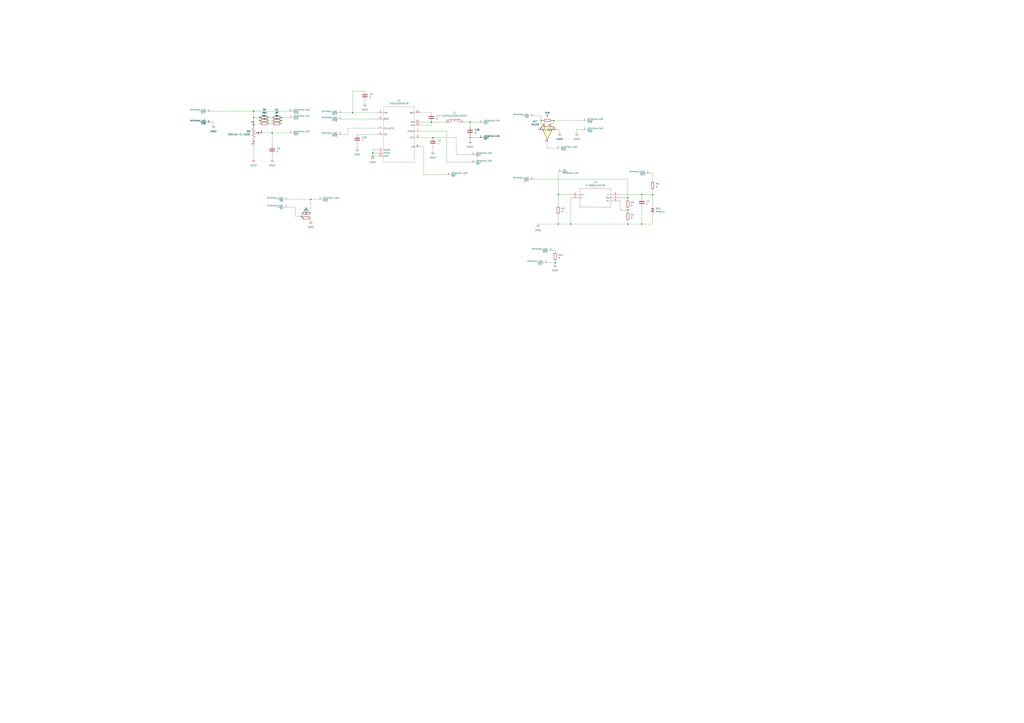
<source format=kicad_sch>
(kicad_sch (version 20230121) (generator eeschema)
  (paper "A1")
  (lib_symbols
    (symbol "3314G:3314G-1-103E" (pin_names (offset 0.254))
      (property "Reference" "R" (at 10.795 -3.175 0))
      (property "Value" "3314G-1-103E" (at 10.795 -6.35 0))
      (symbol "3314G-1-103E_1_1"
        (polyline (pts (xy 2.54 0) (xy 6.35 0)) (stroke (width 0.2032)))
        (polyline (pts (xy 6.35 0) (xy 6.985 1.27)) (stroke (width 0.2032)))
        (polyline (pts (xy 6.985 1.27) (xy 8.255 -1.27)) (stroke (width 0.2032)))
        (polyline (pts (xy 8.255 -1.27) (xy 9.525 1.27)) (stroke (width 0.2032)))
        (polyline (pts (xy 9.525 1.27) (xy 10.795 -1.27)) (stroke (width 0.2032)))
        (polyline (pts (xy 9.525 3.81) (xy 10.16 1.905)) (stroke (width 0.2032)))
        (polyline (pts (xy 9.525 3.81) (xy 10.795 3.81)) (stroke (width 0.2032)))
        (polyline (pts (xy 10.16 3.81) (xy 10.16 5.08)) (stroke (width 0.2032)))
        (polyline (pts (xy 10.795 -1.27) (xy 12.065 1.27)) (stroke (width 0.2032)))
        (polyline (pts (xy 10.795 3.81) (xy 10.16 1.905)) (stroke (width 0.2032)))
        (polyline (pts (xy 12.065 1.27) (xy 13.335 -1.27)) (stroke (width 0.2032)))
        (polyline (pts (xy 13.335 -1.27) (xy 13.97 0)) (stroke (width 0.2032)))
        (polyline (pts (xy 13.97 0) (xy 17.78 0)) (stroke (width 0.2032)))
        (pin unspecified line (at 0 0 0) (length 2.54) (name "1") (number "1"))
        (pin unspecified line (at 10.16 7.62 270) (length 2.54) (name "2") (number "2"))
        (pin unspecified line (at 20.32 0 180) (length 2.54) (name "3") (number "3"))
      )
      (symbol "3314G-1-103E_1_2"
        (polyline (pts (xy -3.81 -10.795) (xy -3.81 -9.525)) (stroke (width 0.2032)))
        (polyline (pts (xy -3.81 -10.795) (xy -1.905 -10.16)) (stroke (width 0.2032)))
        (polyline (pts (xy -3.81 -10.16) (xy -5.08 -10.16)) (stroke (width 0.2032)))
        (polyline (pts (xy -3.81 -9.525) (xy -1.905 -10.16)) (stroke (width 0.2032)))
        (polyline (pts (xy -1.27 -13.335) (xy 1.27 -12.065)) (stroke (width 0.2032)))
        (polyline (pts (xy -1.27 -10.795) (xy 1.27 -9.525)) (stroke (width 0.2032)))
        (polyline (pts (xy -1.27 -8.255) (xy 1.27 -6.985)) (stroke (width 0.2032)))
        (polyline (pts (xy 0 -17.78) (xy 0 -13.97)) (stroke (width 0.2032)))
        (polyline (pts (xy 0 -13.97) (xy -1.27 -13.335)) (stroke (width 0.2032)))
        (polyline (pts (xy 0 -6.35) (xy 0 -2.54)) (stroke (width 0.2032)))
        (polyline (pts (xy 1.27 -12.065) (xy -1.27 -10.795)) (stroke (width 0.2032)))
        (polyline (pts (xy 1.27 -9.525) (xy -1.27 -8.255)) (stroke (width 0.2032)))
        (polyline (pts (xy 1.27 -6.985) (xy 0 -6.35)) (stroke (width 0.2032)))
        (pin unspecified line (at 0 0 270) (length 2.54) (name "1") (number "1"))
        (pin unspecified line (at -7.62 -10.16 0) (length 2.54) (name "2") (number "2"))
        (pin unspecified line (at 0 -20.32 90) (length 2.54) (name "3") (number "3"))
      )
    )
    (symbol "Amplifier_Current:INA193" (pin_names (offset 0.127))
      (property "Reference" "U" (at 3.81 3.81 0))
      (property "Value" "INA193" (at 3.81 -3.81 0))
      (symbol "INA193_0_1"
        (polyline (pts (xy 5.08 0) (xy -5.08 5.08) (xy -5.08 -5.08) (xy 5.08 0)) (stroke (width 0.254)) (fill (type background)))
      )
      (symbol "INA193_1_1"
        (pin output line (at 7.62 0 180) (length 2.54) (name "~") (number "1"))
        (pin power_in line (at -2.54 -7.62 90) (length 3.81) (name "GND") (number "2"))
        (pin input line (at -7.62 2.54 0) (length 2.54) (name "+") (number "3"))
        (pin input line (at -7.62 -2.54 0) (length 2.54) (name "-") (number "4"))
        (pin power_in line (at -2.54 7.62 270) (length 3.81) (name "V+") (number "5"))
      )
    )
    (symbol "Connectors_for_Wire:WireHole_1p5"
      (property "Reference" "D" (at 0 -1.27 0))
      (property "Value" "WireHole_1p5" (at 0 1.27 0))
      (symbol "WireHole_1p5_1_0"
        (pin bidirectional line (at 0 0 0) (length 2.54) (name "Conn") (number "1"))
      )
    )
    (symbol "DCK5_TEX:TLV9061IDCKR" (pin_names (offset 0.254))
      (property "Reference" "U" (at 20.32 10.16 0))
      (property "Value" "TLV9061IDCKR" (at 20.32 7.62 0))
      (symbol "TLV9061IDCKR_0_1"
        (polyline (pts (xy 7.62 -10.16) (xy 33.02 -10.16)) (stroke (width 0.127)))
        (polyline (pts (xy 7.62 5.08) (xy 7.62 -10.16)) (stroke (width 0.127)))
        (polyline (pts (xy 33.02 -10.16) (xy 33.02 5.08)) (stroke (width 0.127)))
        (polyline (pts (xy 33.02 5.08) (xy 7.62 5.08)) (stroke (width 0.127)))
        (pin input line (at 0 0 0) (length 7.62) (name "IN+") (number "1"))
        (pin power_in line (at 0 -2.54 0) (length 7.62) (name "V-") (number "2"))
        (pin input line (at 40.64 -5.08 180) (length 7.62) (name "IN-") (number "3"))
        (pin output line (at 40.64 -2.54 180) (length 7.62) (name "OUT") (number "4"))
        (pin power_in line (at 40.64 0 180) (length 7.62) (name "V+") (number "5"))
      )
    )
    (symbol "Device:C" (pin_numbers hide) (pin_names (offset 0.254))
      (property "Reference" "C" (at 0.635 2.54 0))
      (property "Value" "C" (at 0.635 -2.54 0))
      (symbol "C_0_1"
        (polyline (pts (xy -2.032 -0.762) (xy 2.032 -0.762)) (stroke (width 0.508)))
        (polyline (pts (xy -2.032 0.762) (xy 2.032 0.762)) (stroke (width 0.508)))
      )
      (symbol "C_1_1"
        (pin passive line (at 0 3.81 270) (length 2.794) (name "~") (number "1"))
        (pin passive line (at 0 -3.81 90) (length 2.794) (name "~") (number "2"))
      )
    )
    (symbol "Device:R" (pin_numbers hide) (pin_names (offset 0))
      (property "Reference" "R" (at 2.032 0 90))
      (property "Value" "R" (at 0 0 90))
      (symbol "R_0_1"
        (rectangle (start -1.016 -2.54) (end 1.016 2.54) (stroke (width 0.254)))
      )
      (symbol "R_1_1"
        (pin passive line (at 0 3.81 270) (length 1.27) (name "~") (number "1"))
        (pin passive line (at 0 -3.81 90) (length 1.27) (name "~") (number "2"))
      )
    )
    (symbol "Diode:MM5Zxx" (pin_numbers hide) (pin_names hide)
      (property "Reference" "D" (at 0 2.54 0))
      (property "Value" "MM5Zxx" (at 0 -2.54 0))
      (symbol "MM5Zxx_0_1"
        (polyline (pts (xy 1.27 0) (xy -1.27 0)))
        (polyline (pts (xy -1.27 -1.27) (xy -1.27 1.27) (xy -0.762 1.27)) (stroke (width 0.254)))
        (polyline (pts (xy 1.27 -1.27) (xy 1.27 1.27) (xy -1.27 0) (xy 1.27 -1.27)) (stroke (width 0.254)))
      )
      (symbol "MM5Zxx_1_1"
        (pin passive line (at -3.81 0 0) (length 2.54) (name "K") (number "1"))
        (pin passive line (at 3.81 0 180) (length 2.54) (name "A") (number "2"))
      )
    )
    (symbol "LM5160ADNTR:LM5160ADNTR" (pin_names (offset 0.254))
      (property "Reference" "U" (at 0 2.54 0))
      (property "Value" "LM5160ADNTR" (at 0 0 0))
      (symbol "LM5160ADNTR_0_1"
        (polyline (pts (xy -12.7 -22.86) (xy 12.7 -22.86)) (stroke (width 0.1016)))
        (polyline (pts (xy -12.7 22.86) (xy -12.7 -22.86)) (stroke (width 0.1016)))
        (polyline (pts (xy 12.7 -22.86) (xy 12.7 22.86)) (stroke (width 0.1016)))
        (polyline (pts (xy 12.7 22.86) (xy -12.7 22.86)) (stroke (width 0.1016)))
        (pin power_in line (at -17.78 -12.7 0) (length 5.08) (name "AGND") (number "1"))
        (pin power_in line (at 17.78 17.78 180) (length 5.08) (name "BST") (number "10"))
        (pin power_in line (at 17.78 7.62 180) (length 5.08) (name "SW") (number "11"))
        (pin power_in line (at 17.78 10.16 180) (length 5.08) (name "SW") (number "12"))
        (pin power_in line (at -17.78 -17.78 0) (length 5.08) (name "PAD") (number "13"))
        (pin power_in line (at -17.78 -15.24 0) (length 5.08) (name "PGND") (number "2"))
        (pin power_in line (at -17.78 17.78 0) (length 5.08) (name "VIN") (number "3"))
        (pin input line (at -17.78 5.08 0) (length 5.08) (name "EN_UVLO") (number "4"))
        (pin input line (at -17.78 12.7 0) (length 5.08) (name "RON") (number "5"))
        (pin input line (at -17.78 0 0) (length 5.08) (name "SS") (number "6"))
        (pin input line (at 17.78 2.54 180) (length 5.08) (name "FPWM") (number "7"))
        (pin input line (at 17.78 -10.16 180) (length 5.08) (name "FB") (number "8"))
        (pin power_in line (at 17.78 -2.54 180) (length 5.08) (name "VCC") (number "9"))
      )
    )
    (symbol "SWPA4030S1R0NT:SWPA4030S1R0NT" (pin_names (offset 0.254))
      (property "Reference" "L" (at 6.985 5.08 0))
      (property "Value" "SWPA4030S1R0NT" (at 6.985 -2.54 0))
      (symbol "SWPA4030S1R0NT_1_1"
        (polyline (pts (xy 2.54 0) (xy 2.54 1.27)) (stroke (width 0.2032)))
        (polyline (pts (xy 5.08 0) (xy 5.08 1.27)) (stroke (width 0.2032)))
        (polyline (pts (xy 7.62 0) (xy 7.62 1.27)) (stroke (width 0.2032)))
        (polyline (pts (xy 10.16 0) (xy 10.16 1.27)) (stroke (width 0.2032)))
        (polyline (pts (xy 12.7 0) (xy 12.7 1.27)) (stroke (width 0.2032)))
        (arc (start 5.08 1.27) (mid 3.81 2.5345) (end 2.54 1.27) (stroke (width 0.2032)))
        (arc (start 7.62 1.27) (mid 6.35 2.5345) (end 5.08 1.27) (stroke (width 0.2032)))
        (arc (start 10.16 1.27) (mid 8.89 2.5345) (end 7.62 1.27) (stroke (width 0.2032)))
        (arc (start 12.7 1.27) (mid 11.43 2.5345) (end 10.16 1.27) (stroke (width 0.2032)))
        (pin unspecified line (at 15.24 0 180) (length 2.54) (name "1") (number "1"))
        (pin unspecified line (at 0 0 0) (length 2.54) (name "2") (number "2"))
      )
      (symbol "SWPA4030S1R0NT_1_2"
        (arc (start -1.27 5.08) (mid -2.5345 3.81) (end -1.27 2.54) (stroke (width 0.2032)))
        (arc (start -1.27 7.62) (mid -2.5345 6.35) (end -1.27 5.08) (stroke (width 0.2032)))
        (arc (start -1.27 10.16) (mid -2.5345 8.89) (end -1.27 7.62) (stroke (width 0.2032)))
        (arc (start -1.27 12.7) (mid -2.5345 11.43) (end -1.27 10.16) (stroke (width 0.2032)))
        (polyline (pts (xy 0 2.54) (xy -1.27 2.54)) (stroke (width 0.2032)))
        (polyline (pts (xy 0 5.08) (xy -1.27 5.08)) (stroke (width 0.2032)))
        (polyline (pts (xy 0 7.62) (xy -1.27 7.62)) (stroke (width 0.2032)))
        (polyline (pts (xy 0 10.16) (xy -1.27 10.16)) (stroke (width 0.2032)))
        (polyline (pts (xy 0 12.7) (xy -1.27 12.7)) (stroke (width 0.2032)))
        (pin unspecified line (at 0 15.24 270) (length 2.54) (name "1") (number "1"))
        (pin unspecified line (at 0 0 90) (length 2.54) (name "2") (number "2"))
      )
    )
    (symbol "power:GND2" (power) (pin_names (offset 0))
      (property "Value" "GND2" (at 0 -3.81 0))
      (symbol "GND2_0_1"
        (polyline (pts (xy 0 0) (xy 0 -1.27) (xy 1.27 -1.27) (xy 0 -2.54) (xy -1.27 -1.27) (xy 0 -1.27)))
      )
      (symbol "GND2_1_1"
        (pin power_in line (at 0 0 270) (length 0) hide (name "GND2") (number "1"))
      )
    )
  )
  (junction (at 306.07 125.73))
  (junction (at 213.36 99.06))
  (junction (at 247.65 177.8))
  (junction (at 527.05 184.15))
  (junction (at 515.62 162.56))
  (junction (at 231.14 99.06))
  (junction (at 515.62 172.72))
  (junction (at 355.6 113.03))
  (junction (at 255.27 163.83))
  (junction (at 354.33 100.33))
  (junction (at 386.08 113.03))
  (junction (at 458.47 160.02))
  (junction (at 454.66 99.06))
  (junction (at 306.07 128.27))
  (junction (at 515.62 184.15))
  (junction (at 458.47 184.15))
  (junction (at 223.52 109.22))
  (junction (at 455.93 215.9))
  (junction (at 386.08 100.33))
  (junction (at 468.63 184.15))
  (junction (at 444.5 99.06))
  (junction (at 208.28 96.52))
  (junction (at 289.56 92.71))
  (junction (at 208.28 91.44))
  (junction (at 231.14 96.52))
  (junction (at 527.05 160.02))
  (junction (at 213.36 96.52))
  (junction (at 535.94 160.02))
  (wire (pts (xy 509.27 160.02) (xy 527.05 160.02)))
  (wire (pts (xy 455.93 215.9) (xy 455.93 217.17)))
  (wire (pts (xy 345.44 92.71) (xy 354.33 92.71)))
  (wire (pts (xy 347.98 120.65) (xy 347.98 143.51)))
  (wire (pts (xy 449.58 121.92) (xy 457.2 121.92)))
  (wire (pts (xy 386.08 100.33) (xy 393.7 100.33)))
  (wire (pts (xy 458.47 176.53) (xy 458.47 184.15)))
  (wire (pts (xy 374.65 113.03) (xy 355.6 113.03)))
  (wire (pts (xy 457.2 106.68) (xy 459.74 106.68)))
  (wire (pts (xy 208.28 96.52) (xy 208.28 91.44)))
  (wire (pts (xy 367.03 133.35) (xy 387.35 133.35)))
  (wire (pts (xy 172.72 91.44) (xy 208.28 91.44)))
  (wire (pts (xy 309.88 123.19) (xy 306.07 123.19)))
  (wire (pts (xy 509.27 162.56) (xy 515.62 162.56)))
  (wire (pts (xy 208.28 96.52) (xy 213.36 96.52)))
  (wire (pts (xy 527.05 160.02) (xy 535.94 160.02)))
  (wire (pts (xy 223.52 127) (xy 223.52 130.81)))
  (wire (pts (xy 468.63 162.56) (xy 468.63 184.15)))
  (wire (pts (xy 289.56 74.93) (xy 289.56 92.71)))
  (wire (pts (xy 386.08 100.33) (xy 386.08 104.14)))
  (wire (pts (xy 355.6 120.65) (xy 355.6 124.46)))
  (wire (pts (xy 535.94 148.59) (xy 535.94 142.24)))
  (wire (pts (xy 455.93 214.63) (xy 455.93 215.9)))
  (wire (pts (xy 255.27 163.83) (xy 236.22 163.83)))
  (wire (pts (xy 515.62 172.72) (xy 515.62 173.99)))
  (wire (pts (xy 215.9 109.22) (xy 223.52 109.22)))
  (wire (pts (xy 367.03 107.95) (xy 367.03 133.35)))
  (wire (pts (xy 255.27 163.83) (xy 261.62 163.83)))
  (wire (pts (xy 454.66 99.06) (xy 453.39 99.06)))
  (wire (pts (xy 527.05 170.18) (xy 527.05 184.15)))
  (wire (pts (xy 299.72 74.93) (xy 289.56 74.93)))
  (wire (pts (xy 515.62 172.72) (xy 515.62 171.45)))
  (wire (pts (xy 381 100.33) (xy 386.08 100.33)))
  (wire (pts (xy 175.26 100.33) (xy 175.26 102.87)))
  (wire (pts (xy 459.74 106.68) (xy 459.74 109.22)))
  (wire (pts (xy 247.65 177.8) (xy 247.65 175.26)))
  (wire (pts (xy 535.94 184.15) (xy 527.05 184.15)))
  (wire (pts (xy 208.28 99.06) (xy 208.28 96.52)))
  (wire (pts (xy 280.67 92.71) (xy 289.56 92.71)))
  (wire (pts (xy 220.98 96.52) (xy 223.52 96.52)))
  (wire (pts (xy 220.98 99.06) (xy 223.52 99.06)))
  (wire (pts (xy 535.94 160.02) (xy 535.94 168.91)))
  (wire (pts (xy 223.52 109.22) (xy 223.52 119.38)))
  (wire (pts (xy 535.94 156.21) (xy 535.94 160.02)))
  (wire (pts (xy 447.04 101.6) (xy 444.5 101.6)))
  (wire (pts (xy 213.36 96.52) (xy 213.36 99.06)))
  (wire (pts (xy 535.94 176.53) (xy 535.94 184.15)))
  (wire (pts (xy 438.15 147.32) (xy 515.62 147.32)))
  (wire (pts (xy 452.12 101.6) (xy 454.66 101.6)))
  (wire (pts (xy 345.44 102.87) (xy 354.33 102.87)))
  (wire (pts (xy 345.44 100.33) (xy 354.33 100.33)))
  (wire (pts (xy 509.27 165.1) (xy 509.27 172.72)))
  (wire (pts (xy 533.4 142.24) (xy 535.94 142.24)))
  (wire (pts (xy 515.62 147.32) (xy 515.62 162.56)))
  (wire (pts (xy 444.5 95.25) (xy 444.5 99.06)))
  (wire (pts (xy 220.98 101.6) (xy 223.52 101.6)))
  (wire (pts (xy 345.44 120.65) (xy 347.98 120.65)))
  (wire (pts (xy 515.62 163.83) (xy 515.62 162.56)))
  (wire (pts (xy 386.08 113.03) (xy 386.08 115.57)))
  (wire (pts (xy 231.14 96.52) (xy 231.14 99.06)))
  (wire (pts (xy 367.03 107.95) (xy 345.44 107.95)))
  (wire (pts (xy 309.88 125.73) (xy 306.07 125.73)))
  (wire (pts (xy 527.05 160.02) (xy 527.05 162.56)))
  (wire (pts (xy 231.14 99.06) (xy 231.14 101.6)))
  (wire (pts (xy 242.57 170.18) (xy 242.57 177.8)))
  (wire (pts (xy 172.72 100.33) (xy 175.26 100.33)))
  (wire (pts (xy 454.66 99.06) (xy 478.79 99.06)))
  (wire (pts (xy 458.47 184.15) (xy 468.63 184.15)))
  (wire (pts (xy 306.07 125.73) (xy 306.07 128.27)))
  (wire (pts (xy 458.47 184.15) (xy 441.96 184.15)))
  (wire (pts (xy 293.37 110.49) (xy 309.88 110.49)))
  (wire (pts (xy 527.05 184.15) (xy 515.62 184.15)))
  (wire (pts (xy 223.52 109.22) (xy 237.49 109.22)))
  (wire (pts (xy 289.56 92.71) (xy 309.88 92.71)))
  (wire (pts (xy 354.33 102.87) (xy 354.33 100.33)))
  (wire (pts (xy 255.27 175.26) (xy 255.27 163.83)))
  (wire (pts (xy 454.66 101.6) (xy 454.66 99.06)))
  (wire (pts (xy 306.07 123.19) (xy 306.07 125.73)))
  (wire (pts (xy 247.65 179.07) (xy 247.65 177.8)))
  (wire (pts (xy 455.93 207.01) (xy 455.93 205.74)))
  (wire (pts (xy 285.75 105.41) (xy 309.88 105.41)))
  (wire (pts (xy 458.47 140.97) (xy 458.47 160.02)))
  (wire (pts (xy 231.14 96.52) (xy 237.49 96.52)))
  (wire (pts (xy 449.58 215.9) (xy 455.93 215.9)))
  (wire (pts (xy 255.27 179.07) (xy 255.27 181.61)))
  (wire (pts (xy 242.57 177.8) (xy 247.65 177.8)))
  (wire (pts (xy 354.33 100.33) (xy 365.76 100.33)))
  (wire (pts (xy 515.62 181.61) (xy 515.62 184.15)))
  (wire (pts (xy 236.22 170.18) (xy 242.57 170.18)))
  (wire (pts (xy 387.35 127) (xy 374.65 127)))
  (wire (pts (xy 444.5 101.6) (xy 444.5 99.06)))
  (wire (pts (xy 293.37 118.11) (xy 293.37 121.92)))
  (wire (pts (xy 345.44 113.03) (xy 355.6 113.03)))
  (wire (pts (xy 458.47 168.91) (xy 458.47 160.02)))
  (wire (pts (xy 478.79 106.68) (xy 473.71 106.68)))
  (wire (pts (xy 280.67 110.49) (xy 285.75 110.49)))
  (wire (pts (xy 386.08 111.76) (xy 386.08 113.03)))
  (wire (pts (xy 280.67 97.79) (xy 309.88 97.79)))
  (wire (pts (xy 515.62 184.15) (xy 468.63 184.15)))
  (wire (pts (xy 444.5 99.06) (xy 445.77 99.06)))
  (wire (pts (xy 306.07 128.27) (xy 309.88 128.27)))
  (wire (pts (xy 458.47 160.02) (xy 468.63 160.02)))
  (wire (pts (xy 299.72 82.55) (xy 299.72 85.09)))
  (wire (pts (xy 455.93 205.74) (xy 453.39 205.74)))
  (wire (pts (xy 347.98 143.51) (xy 367.03 143.51)))
  (wire (pts (xy 438.15 95.25) (xy 444.5 95.25)))
  (wire (pts (xy 213.36 99.06) (xy 213.36 101.6)))
  (wire (pts (xy 285.75 110.49) (xy 285.75 105.41)))
  (wire (pts (xy 449.58 121.92) (xy 449.58 116.84)))
  (wire (pts (xy 374.65 127) (xy 374.65 113.03)))
  (wire (pts (xy 386.08 113.03) (xy 393.7 113.03)))
  (wire (pts (xy 208.28 130.81) (xy 208.28 119.38)))
  (wire (pts (xy 509.27 172.72) (xy 515.62 172.72)))
  (wire (pts (xy 473.71 106.68) (xy 473.71 109.22)))
  (wire (pts (xy 208.28 91.44) (xy 237.49 91.44)))
  (symbol (lib_id "power:GND2") (at 386.08 115.57 0) (unit 1)
    (property "Reference" "#PWR012" (effects hide))
    (property "Value" "GND2" (at 386.08 120.65 0))
  )
  (symbol (lib_id "Device:R") (at 535.94 152.4 180) (unit 1)
    (property "Reference" "R5" (at 538.48 151.13 0) (effects (justify right)))
    (property "Value" "R" (at 538.48 153.67 0) (effects (justify right)))
    (property "Footprint" "Resistor_SMD:R_0603_1608Metric_Pad0.98x0.95mm_HandSolder" (effects hide))
  )
  (symbol (lib_id "3314G:3314G-1-103E") (at 208.28 119.38 270) (mirror x) (unit 1)
    (property "Reference" "R6" (at 205.74 107.95 90) (effects (font (size 1.524 1.524)) (justify right)))
    (property "Value" "3314G-1-103E" (at 205.74 110.49 90) (effects (font (size 1.524 1.524)) (justify right)))
    (property "Footprint" "ul_3314G-1-103E:POT_3314G" (effects hide))
    (property "Datasheet" "3314G-1-103E" (effects hide))
  )
  (symbol (lib_id "Amplifier_Current:INA193") (at 449.58 109.22 90) (mirror x) (unit 1)
    (property "Reference" "U17" (at 439.42 99.7519 90))
    (property "Value" "INA193" (at 439.42 102.2919 90))
    (property "Footprint" "Package_TO_SOT_SMD:SOT-23-5" (effects hide))
    (property "Datasheet" "http://www.ti.com/lit/ds/symlink/ina193.pdf" (effects hide))
  )
  (symbol (lib_id "Device:R") (at 515.62 177.8 180) (unit 1)
    (property "Reference" "R4" (at 518.16 176.53 0) (effects (justify right)))
    (property "Value" "R" (at 518.16 179.07 0) (effects (justify right)))
    (property "Footprint" "Resistor_SMD:R_0603_1608Metric_Pad0.98x0.95mm_HandSolder" (effects hide))
  )
  (symbol (lib_id "Device:R") (at 251.46 175.26 90) (unit 1)
    (property "Reference" "R13" (effects hide))
    (property "Value" "R" (at 251.46 171.45 90))
    (property "Footprint" "Resistor_SMD:R_0603_1608Metric_Pad0.98x0.95mm_HandSolder" (effects hide))
  )
  (symbol (lib_id "power:GND2") (at 175.26 102.87 0) (unit 1)
    (property "Reference" "#PWR019" (effects hide))
    (property "Value" "GND2" (at 175.26 107.95 0))
  )
  (symbol (lib_id "Device:R") (at 217.17 101.6 90) (unit 1)
    (property "Reference" "R11" (at 217.17 95.25 90))
    (property "Value" "R" (at 217.17 97.79 90))
    (property "Footprint" "Resistor_SMD:R_0603_1608Metric_Pad0.98x0.95mm_HandSolder" (effects hide))
  )
  (symbol (lib_id "Connectors_for_Wire:WireHole_1p5") (at 387.35 133.35 0) (mirror x) (unit 1)
    (property "Reference" "D6" (at 391.16 134.6201 0) (effects (justify left)))
    (property "Value" "WireHole_1p5" (at 391.16 132.0801 0) (effects (justify left)))
    (property "Footprint" "Wire_holes:WireHole_1p2" (effects hide))
  )
  (symbol (lib_id "Connectors_for_Wire:WireHole_1p5") (at 237.49 109.22 0) (mirror x) (unit 1)
    (property "Reference" "D22" (at 241.3 110.4901 0) (effects (justify left)))
    (property "Value" "WireHole_1p5" (at 241.3 107.9501 0) (effects (justify left)))
    (property "Footprint" "Wire_holes:WireHole_1p2" (effects hide))
  )
  (symbol (lib_id "power:GND2") (at 306.07 128.27 0) (unit 1)
    (property "Reference" "#PWR015" (effects hide))
    (property "Value" "GND2" (at 306.07 133.35 0))
  )
  (symbol (lib_id "Device:R") (at 251.46 179.07 90) (unit 1)
    (property "Reference" "R12" (at 251.46 172.72 90))
    (property "Value" "R" (at 251.46 175.26 90))
    (property "Footprint" "Resistor_SMD:R_0603_1608Metric_Pad0.98x0.95mm_HandSolder" (effects hide))
  )
  (symbol (lib_id "Connectors_for_Wire:WireHole_1p5") (at 280.67 97.79 180) (unit 1)
    (property "Reference" "D18" (at 276.86 99.0601 0) (effects (justify left)))
    (property "Value" "WireHole_1p5" (at 276.86 96.5201 0) (effects (justify left)))
    (property "Footprint" "Wire_holes:WireHole_1p2" (effects hide))
  )
  (symbol (lib_id "Connectors_for_Wire:WireHole_1p5") (at 367.03 143.51 0) (mirror x) (unit 1)
    (property "Reference" "D9" (at 370.84 144.7801 0) (effects (justify left)))
    (property "Value" "WireHole_1p5" (at 370.84 142.2401 0) (effects (justify left)))
    (property "Footprint" "Wire_holes:WireHole_1p2" (effects hide))
  )
  (symbol (lib_id "Device:C") (at 223.52 123.19 0) (unit 1)
    (property "Reference" "C3" (at 227.33 121.92 0) (effects (justify left)))
    (property "Value" "C" (at 227.33 124.46 0) (effects (justify left)))
    (property "Footprint" "Capacitor_SMD:C_0603_1608Metric_Pad1.08x0.95mm_HandSolder" (effects hide))
  )
  (symbol (lib_id "Connectors_for_Wire:WireHole_1p5") (at 172.72 100.33 180) (unit 1)
    (property "Reference" "D28" (at 168.91 101.6001 0) (effects (justify left)))
    (property "Value" "WireHole_1p5" (at 168.91 99.0601 0) (effects (justify left)))
    (property "Footprint" "Wire_holes:WireHole_1p2" (effects hide))
  )
  (symbol (lib_id "Connectors_for_Wire:WireHole_1p5") (at 438.15 147.32 180) (unit 1)
    (property "Reference" "D14" (at 434.34 148.5901 0) (effects (justify left)))
    (property "Value" "WireHole_1p5" (at 434.34 146.0501 0) (effects (justify left)))
    (property "Footprint" "Wire_holes:WireHole_1p2" (effects hide))
  )
  (symbol (lib_id "Connectors_for_Wire:WireHole_1p5") (at 387.35 127 0) (mirror x) (unit 1)
    (property "Reference" "D7" (at 391.16 128.2701 0) (effects (justify left)))
    (property "Value" "WireHole_1p5" (at 391.16 125.7301 0) (effects (justify left)))
    (property "Footprint" "Wire_holes:WireHole_1p2" (effects hide))
  )
  (symbol (lib_id "Device:C") (at 386.08 107.95 0) (unit 1)
    (property "Reference" "C28" (at 389.89 106.68 0) (effects (justify left)))
    (property "Value" "C" (at 389.89 109.22 0) (effects (justify left)))
    (property "Footprint" "Capacitor_SMD:C_0805_2012Metric_Pad1.18x1.45mm_HandSolder" (effects hide))
  )
  (symbol (lib_id "Device:R") (at 227.33 101.6 90) (unit 1)
    (property "Reference" "R8" (at 227.33 95.25 90))
    (property "Value" "R" (at 227.33 97.79 90))
    (property "Footprint" "Resistor_SMD:R_0603_1608Metric_Pad0.98x0.95mm_HandSolder" (effects hide))
  )
  (symbol (lib_id "Connectors_for_Wire:WireHole_1p5") (at 237.49 96.52 0) (mirror x) (unit 1)
    (property "Reference" "D21" (at 241.3 97.7901 0) (effects (justify left)))
    (property "Value" "WireHole_1p5" (at 241.3 95.2501 0) (effects (justify left)))
    (property "Footprint" "Wire_holes:WireHole_1p2" (effects hide))
  )
  (symbol (lib_id "power:GND2") (at 255.27 181.61 0) (unit 1)
    (property "Reference" "#PWR03" (effects hide))
    (property "Value" "GND2" (at 255.27 186.69 0))
  )
  (symbol (lib_id "Connectors_for_Wire:WireHole_1p5") (at 458.47 140.97 0) (unit 1)
    (property "Reference" "D1" (at 462.28 139.7 0) (effects (justify left)))
    (property "Value" "WireHole_1p5" (at 462.28 142.24 0) (effects (justify left)))
    (property "Footprint" "Wire_holes:WireHole_1p2" (effects hide))
  )
  (symbol (lib_id "power:GND2") (at 441.96 184.15 0) (unit 1)
    (property "Reference" "#PWR05" (effects hide))
    (property "Value" "GND2" (at 441.96 189.23 0))
  )
  (symbol (lib_id "Device:R") (at 515.62 167.64 180) (unit 1)
    (property "Reference" "R3" (at 518.16 166.37 0) (effects (justify right)))
    (property "Value" "R" (at 518.16 168.91 0) (effects (justify right)))
    (property "Footprint" "Resistor_SMD:R_0603_1608Metric_Pad0.98x0.95mm_HandSolder" (effects hide))
  )
  (symbol (lib_id "Device:R") (at 455.93 210.82 180) (unit 1)
    (property "Reference" "R14" (at 458.47 209.55 0) (effects (justify right)))
    (property "Value" "R" (at 458.47 212.09 0) (effects (justify right)))
    (property "Footprint" "Resistor_SMD:R_2512_6332Metric_Pad1.40x3.35mm_HandSolder" (effects hide))
  )
  (symbol (lib_id "DCK5_TEX:TLV9061IDCKR") (at 468.63 160.02 0) (unit 1)
    (property "Reference" "U2" (at 488.95 149.86 0) (effects (font (size 1.524 1.524))))
    (property "Value" "TLV9061IDCKR" (at 488.95 152.4 0) (effects (font (size 1.524 1.524))))
    (property "Footprint" "ul_TLV9061IDCKR:DCK5_TEX" (effects hide))
    (property "Datasheet" "TLV9061IDCKR" (effects hide))
  )
  (symbol (lib_id "Device:R") (at 217.17 99.06 90) (unit 1)
    (property "Reference" "R10" (at 217.17 92.71 90))
    (property "Value" "R" (at 217.17 95.25 90))
    (property "Footprint" "Resistor_SMD:R_0603_1608Metric_Pad0.98x0.95mm_HandSolder" (effects hide))
  )
  (symbol (lib_id "Device:R") (at 458.47 172.72 0) (unit 1)
    (property "Reference" "R2" (at 461.01 171.45 0) (effects (justify left)))
    (property "Value" "R" (at 461.01 173.99 0) (effects (justify left)))
    (property "Footprint" "Resistor_SMD:R_0603_1608Metric_Pad0.98x0.95mm_HandSolder" (effects hide))
  )
  (symbol (lib_id "Connectors_for_Wire:WireHole_1p5") (at 261.62 163.83 0) (mirror x) (unit 1)
    (property "Reference" "D12" (at 265.43 165.1001 0) (effects (justify left)))
    (property "Value" "WireHole_1p5" (at 265.43 162.5601 0) (effects (justify left)))
    (property "Footprint" "Wire_holes:WireHole_1p2" (effects hide))
  )
  (symbol (lib_id "Connectors_for_Wire:WireHole_1p5") (at 478.79 106.68 0) (mirror x) (unit 1)
    (property "Reference" "D30" (at 482.6 107.9501 0) (effects (justify left)))
    (property "Value" "WireHole_1p5" (at 482.6 105.4101 0) (effects (justify left)))
    (property "Footprint" "Wire_holes:WireHole_1p2" (effects hide))
  )
  (symbol (lib_id "Connectors_for_Wire:WireHole_1p5") (at 280.67 110.49 180) (unit 1)
    (property "Reference" "D19" (at 276.86 111.7601 0) (effects (justify left)))
    (property "Value" "WireHole_1p5" (at 276.86 109.2201 0) (effects (justify left)))
    (property "Footprint" "Wire_holes:WireHole_1p2" (effects hide))
  )
  (symbol (lib_id "Connectors_for_Wire:WireHole_1p5") (at 393.7 100.33 0) (mirror x) (unit 1)
    (property "Reference" "D2" (at 397.51 101.6001 0) (effects (justify left)))
    (property "Value" "WireHole_1p5" (at 397.51 99.0601 0) (effects (justify left)))
    (property "Footprint" "Wire_holes:WireHole_1p2" (effects hide))
  )
  (symbol (lib_id "Connectors_for_Wire:WireHole_1p5") (at 236.22 163.83 180) (unit 1)
    (property "Reference" "D8" (at 232.41 165.1001 0) (effects (justify left)))
    (property "Value" "WireHole_1p5" (at 232.41 162.5601 0) (effects (justify left)))
    (property "Footprint" "Wire_holes:WireHole_1p2" (effects hide))
  )
  (symbol (lib_id "power:GND2") (at 455.93 217.17 0) (unit 1)
    (property "Reference" "#PWR04" (effects hide))
    (property "Value" "GND2" (at 455.93 222.25 0))
  )
  (symbol (lib_id "Connectors_for_Wire:WireHole_1p5") (at 237.49 91.44 0) (mirror x) (unit 1)
    (property "Reference" "D20" (at 241.3 92.7101 0) (effects (justify left)))
    (property "Value" "WireHole_1p5" (at 241.3 90.1701 0) (effects (justify left)))
    (property "Footprint" "Wire_holes:WireHole_1p2" (effects hide))
  )
  (symbol (lib_id "Connectors_for_Wire:WireHole_1p5") (at 280.67 92.71 180) (unit 1)
    (property "Reference" "D17" (at 276.86 93.9801 0) (effects (justify left)))
    (property "Value" "WireHole_1p5" (at 276.86 91.4401 0) (effects (justify left)))
    (property "Footprint" "Wire_holes:WireHole_1p2" (effects hide))
  )
  (symbol (lib_id "Diode:MM5Zxx") (at 535.94 172.72 270) (unit 1)
    (property "Reference" "D23" (at 538.48 171.45 90) (effects (justify left)))
    (property "Value" "MM5Zxx" (at 538.48 173.99 90) (effects (justify left)))
    (property "Footprint" "Diode_SMD:D_SOD-523" (effects hide))
    (property "Datasheet" "https://diotec.com/tl_files/diotec/files/pdf/datasheets/mm5z2v4.pdf" (effects hide))
  )
  (symbol (lib_id "Connectors_for_Wire:WireHole_1p5") (at 478.79 99.06 0) (mirror x) (unit 1)
    (property "Reference" "D29" (at 482.6 100.3301 0) (effects (justify left)))
    (property "Value" "WireHole_1p5" (at 482.6 97.7901 0) (effects (justify left)))
    (property "Footprint" "Wire_holes:WireHole_1p2" (effects hide))
  )
  (symbol (lib_id "power:GND2") (at 459.74 109.22 0) (unit 1)
    (property "Reference" "#PWR013" (effects hide))
    (property "Value" "GND2" (at 459.74 114.3 0))
  )
  (symbol (lib_id "Device:C") (at 299.72 78.74 0) (unit 1)
    (property "Reference" "C5" (at 303.53 77.47 0) (effects (justify left)))
    (property "Value" "C" (at 303.53 80.01 0) (effects (justify left)))
    (property "Footprint" "Capacitor_SMD:C_0805_2012Metric_Pad1.18x1.45mm_HandSolder" (effects hide))
  )
  (symbol (lib_id "Connectors_for_Wire:WireHole_1p5") (at 457.2 121.92 0) (mirror x) (unit 1)
    (property "Reference" "D15" (at 461.01 123.1901 0) (effects (justify left)))
    (property "Value" "WireHole_1p5" (at 461.01 120.6501 0) (effects (justify left)))
    (property "Footprint" "Wire_holes:WireHole_1p2" (effects hide))
  )
  (symbol (lib_id "power:GND2") (at 299.72 85.09 0) (unit 1)
    (property "Reference" "#PWR09" (effects hide))
    (property "Value" "GND2" (at 299.72 90.17 0))
  )
  (symbol (lib_id "Device:R") (at 449.58 99.06 90) (unit 1)
    (property "Reference" "R26" (at 449.58 92.71 90))
    (property "Value" "R" (at 449.58 95.25 90))
    (property "Footprint" "Resistor_SMD:R_0603_1608Metric_Pad0.98x0.95mm_HandSolder" (effects hide))
  )
  (symbol (lib_id "Device:C") (at 355.6 116.84 0) (unit 1)
    (property "Reference" "C2" (at 359.41 115.57 0) (effects (justify left)))
    (property "Value" "C" (at 359.41 118.11 0) (effects (justify left)))
    (property "Footprint" "Capacitor_SMD:C_0603_1608Metric_Pad1.08x0.95mm_HandSolder" (effects hide))
  )
  (symbol (lib_id "Device:C") (at 354.33 96.52 0) (unit 1)
    (property "Reference" "C27" (at 358.14 95.25 0) (effects (justify left)))
    (property "Value" "C" (at 358.14 97.79 0) (effects (justify left)))
    (property "Footprint" "Capacitor_SMD:C_0603_1608Metric_Pad1.08x0.95mm_HandSolder" (effects hide))
  )
  (symbol (lib_id "Connectors_for_Wire:WireHole_1p5") (at 453.39 205.74 180) (unit 1)
    (property "Reference" "D10" (at 449.58 207.0101 0) (effects (justify left)))
    (property "Value" "WireHole_1p5" (at 449.58 204.4701 0) (effects (justify left)))
    (property "Footprint" "Wire_holes:WireHole_1p2" (effects hide))
  )
  (symbol (lib_id "Device:R") (at 227.33 96.52 90) (unit 1)
    (property "Reference" "R1" (at 227.33 90.17 90))
    (property "Value" "R" (at 227.33 92.71 90))
    (property "Footprint" "Resistor_SMD:R_0603_1608Metric_Pad0.98x0.95mm_HandSolder" (effects hide))
  )
  (symbol (lib_id "power:GND2") (at 355.6 124.46 0) (unit 1)
    (property "Reference" "#PWR01" (effects hide))
    (property "Value" "GND2" (at 355.6 129.54 0))
  )
  (symbol (lib_id "Device:C") (at 527.05 166.37 0) (unit 1)
    (property "Reference" "C1" (at 530.86 165.1 0) (effects (justify left)))
    (property "Value" "C" (at 530.86 167.64 0) (effects (justify left)))
    (property "Footprint" "Capacitor_SMD:C_0603_1608Metric_Pad1.08x0.95mm_HandSolder" (effects hide))
  )
  (symbol (lib_id "Connectors_for_Wire:WireHole_1p5") (at 438.15 95.25 180) (unit 1)
    (property "Reference" "D4" (at 434.34 96.5201 0) (effects (justify left)))
    (property "Value" "WireHole_1p5" (at 434.34 93.9801 0) (effects (justify left)))
    (property "Footprint" "Wire_holes:WireHole_1p2" (effects hide))
  )
  (symbol (lib_id "power:GND2") (at 223.52 130.81 0) (unit 1)
    (property "Reference" "#PWR06" (effects hide))
    (property "Value" "GND2" (at 223.52 135.89 0))
  )
  (symbol (lib_id "Connectors_for_Wire:WireHole_1p5") (at 533.4 142.24 180) (unit 1)
    (property "Reference" "D13" (at 529.59 143.5101 0) (effects (justify left)))
    (property "Value" "WireHole_1p5" (at 529.59 140.9701 0) (effects (justify left)))
    (property "Footprint" "Wire_holes:WireHole_1p2" (effects hide))
  )
  (symbol (lib_id "power:GND2") (at 473.71 109.22 0) (unit 1)
    (property "Reference" "#PWR018" (effects hide))
    (property "Value" "GND2" (at 473.71 114.3 0))
  )
  (symbol (lib_id "Connectors_for_Wire:WireHole_1p5") (at 236.22 170.18 180) (unit 1)
    (property "Reference" "D5" (at 232.41 171.4501 0) (effects (justify left)))
    (property "Value" "WireHole_1p5" (at 232.41 168.9101 0) (effects (justify left)))
    (property "Footprint" "Wire_holes:WireHole_1p2" (effects hide))
  )
  (symbol (lib_id "Connectors_for_Wire:WireHole_1p5") (at 172.72 91.44 180) (unit 1)
    (property "Reference" "D27" (at 168.91 92.7101 0) (effects (justify left)))
    (property "Value" "WireHole_1p5" (at 168.91 90.1701 0) (effects (justify left)))
    (property "Footprint" "Wire_holes:WireHole_1p2" (effects hide))
  )
  (symbol (lib_id "Connectors_for_Wire:WireHole_1p5") (at 393.7 113.03 0) (mirror x) (unit 1)
    (property "Reference" "D3" (at 397.51 114.3001 0) (effects (justify left)))
    (property "Value" "WireHole_1p5" (at 397.51 111.7601 0) (effects (justify left)))
    (property "Footprint" "Wire_holes:WireHole_1p2" (effects hide))
  )
  (symbol (lib_id "Connectors_for_Wire:WireHole_1p5") (at 449.58 215.9 180) (unit 1)
    (property "Reference" "D11" (at 445.77 217.1701 0) (effects (justify left)))
    (property "Value" "WireHole_1p5" (at 445.77 214.6301 0) (effects (justify left)))
    (property "Footprint" "Wire_holes:WireHole_1p2" (effects hide))
  )
  (symbol (lib_id "Device:R") (at 217.17 96.52 90) (unit 1)
    (property "Reference" "R9" (at 217.17 90.17 90))
    (property "Value" "R" (at 217.17 92.71 90))
    (property "Footprint" "Resistor_SMD:R_0603_1608Metric_Pad0.98x0.95mm_HandSolder" (effects hide))
  )
  (symbol (lib_id "SWPA4030S1R0NT:SWPA4030S1R0NT") (at 365.76 100.33 0) (unit 1)
    (property "Reference" "L1" (at 373.38 92.71 0) (effects (font (size 1.524 1.524))))
    (property "Value" "SWPA4030S1R0NT" (at 373.38 95.25 0) (effects (font (size 1.524 1.524))))
    (property "Footprint" "ul_SWPA4030S1R0NT:IND_SWPA4030S_SNL" (effects hide))
    (property "Datasheet" "SWPA4030S1R0NT" (effects hide))
  )
  (symbol (lib_id "power:GND2") (at 208.28 130.81 0) (unit 1)
    (property "Reference" "#PWR02" (effects hide))
    (property "Value" "GND2" (at 208.28 135.89 0))
  )
  (symbol (lib_id "power:GND2") (at 293.37 121.92 0) (unit 1)
    (property "Reference" "#PWR016" (effects hide))
    (property "Value" "GND2" (at 293.37 127 0))
  )
  (symbol (lib_id "Device:R") (at 227.33 99.06 90) (unit 1)
    (property "Reference" "R7" (at 227.33 92.71 90))
    (property "Value" "R" (at 227.33 95.25 90))
    (property "Footprint" "Resistor_SMD:R_0603_1608Metric_Pad0.98x0.95mm_HandSolder" (effects hide))
  )
  (symbol (lib_id "LM5160ADNTR:LM5160ADNTR") (at 327.66 110.49 0) (unit 1)
    (property "Reference" "U1" (at 327.66 82.55 0) (effects (font (size 1.524 1.524))))
    (property "Value" "LM5160ADNTR" (at 327.66 85.09 0) (effects (font (size 1.524 1.524))))
    (property "Footprint" "ul_LM5160ADNTR:DNT0012B" (effects hide))
    (property "Datasheet" "LM5160ADNTR" (effects hide))
  )
  (symbol (lib_id "Device:C") (at 293.37 114.3 0) (unit 1)
    (property "Reference" "C26" (at 297.18 113.03 0) (effects (justify left)))
    (property "Value" "C" (at 297.18 115.57 0) (effects (justify left)))
    (property "Footprint" "Capacitor_SMD:C_0603_1608Metric_Pad1.08x0.95mm_HandSolder" (effects hide))
  )
)
</source>
